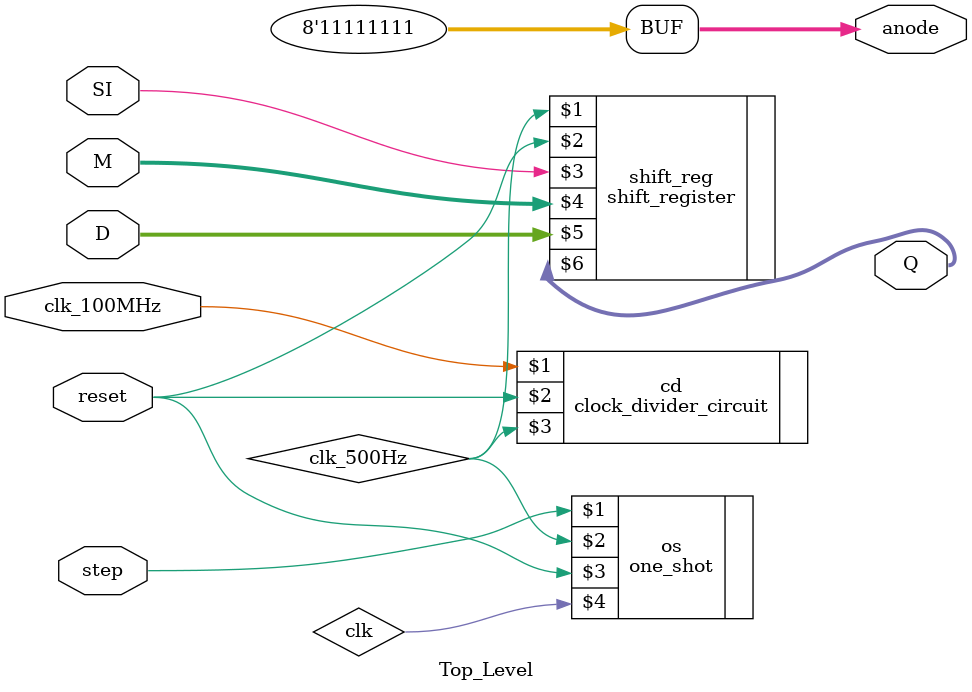
<source format=v>
`timescale 1ns / 1ps
module Top_Level(
    input clk_100MHz,
    input reset,
    input step,
    input [1:0] M,
    input SI,
    input [3:0] D,
    output [3:0] Q,
	 output [7:0] anode
    );

wire clk_500Hz;
wire clk;

assign anode = 8'hFF; // deassert anodes
clock_divider_circuit cd(clk_100MHz, reset, clk_500Hz); // clock divider
one_shot os(step, clk_500Hz, reset, clk); // one shot
shift_register shift_reg(clk_500Hz, reset, SI, M, D, Q); // shift register

endmodule

</source>
